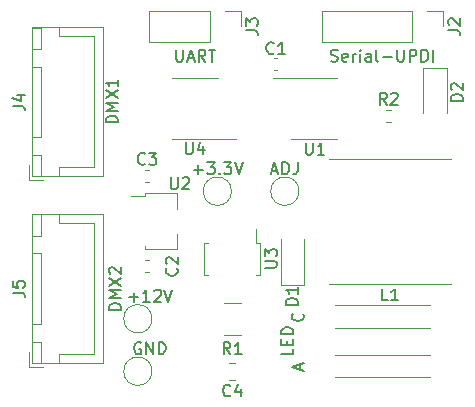
<source format=gto>
G04 #@! TF.GenerationSoftware,KiCad,Pcbnew,(6.0.9)*
G04 #@! TF.CreationDate,2022-11-05T01:50:54+09:00*
G04 #@! TF.ProjectId,prototype-projector-device,70726f74-6f74-4797-9065-2d70726f6a65,rev?*
G04 #@! TF.SameCoordinates,PX5f5e100PY8f0d180*
G04 #@! TF.FileFunction,Legend,Top*
G04 #@! TF.FilePolarity,Positive*
%FSLAX46Y46*%
G04 Gerber Fmt 4.6, Leading zero omitted, Abs format (unit mm)*
G04 Created by KiCad (PCBNEW (6.0.9)) date 2022-11-05 01:50:54*
%MOMM*%
%LPD*%
G01*
G04 APERTURE LIST*
%ADD10C,0.150000*%
%ADD11C,0.120000*%
G04 APERTURE END LIST*
D10*
X24804666Y2682905D02*
X24804666Y3159096D01*
X25090380Y2587667D02*
X24090380Y2921000D01*
X25090380Y3254334D01*
X24995142Y7421524D02*
X25042761Y7373905D01*
X25090380Y7231048D01*
X25090380Y7135810D01*
X25042761Y6992953D01*
X24947523Y6897715D01*
X24852285Y6850096D01*
X24661809Y6802477D01*
X24518952Y6802477D01*
X24328476Y6850096D01*
X24233238Y6897715D01*
X24138000Y6992953D01*
X24090380Y7135810D01*
X24090380Y7231048D01*
X24138000Y7373905D01*
X24185619Y7421524D01*
X10303095Y8818572D02*
X11065000Y8818572D01*
X10684047Y8437620D02*
X10684047Y9199524D01*
X12065000Y8437620D02*
X11493571Y8437620D01*
X11779285Y8437620D02*
X11779285Y9437620D01*
X11684047Y9294762D01*
X11588809Y9199524D01*
X11493571Y9151905D01*
X12445952Y9342381D02*
X12493571Y9390000D01*
X12588809Y9437620D01*
X12826904Y9437620D01*
X12922142Y9390000D01*
X12969761Y9342381D01*
X13017380Y9247143D01*
X13017380Y9151905D01*
X12969761Y9009048D01*
X12398333Y8437620D01*
X13017380Y8437620D01*
X13303095Y9437620D02*
X13636428Y8437620D01*
X13969761Y9437620D01*
X20197380Y31416667D02*
X20911666Y31416667D01*
X21054523Y31369048D01*
X21149761Y31273810D01*
X21197380Y31130953D01*
X21197380Y31035715D01*
X20197380Y31797620D02*
X20197380Y32416667D01*
X20578333Y32083334D01*
X20578333Y32226191D01*
X20625952Y32321429D01*
X20673571Y32369048D01*
X20768809Y32416667D01*
X21006904Y32416667D01*
X21102142Y32369048D01*
X21149761Y32321429D01*
X21197380Y32226191D01*
X21197380Y31940477D01*
X21149761Y31845239D01*
X21102142Y31797620D01*
X14279761Y29757620D02*
X14279761Y28948096D01*
X14327380Y28852858D01*
X14375000Y28805239D01*
X14470238Y28757620D01*
X14660714Y28757620D01*
X14755952Y28805239D01*
X14803571Y28852858D01*
X14851190Y28948096D01*
X14851190Y29757620D01*
X15279761Y29043334D02*
X15755952Y29043334D01*
X15184523Y28757620D02*
X15517857Y29757620D01*
X15851190Y28757620D01*
X16755952Y28757620D02*
X16422619Y29233810D01*
X16184523Y28757620D02*
X16184523Y29757620D01*
X16565476Y29757620D01*
X16660714Y29710000D01*
X16708333Y29662381D01*
X16755952Y29567143D01*
X16755952Y29424286D01*
X16708333Y29329048D01*
X16660714Y29281429D01*
X16565476Y29233810D01*
X16184523Y29233810D01*
X17041666Y29757620D02*
X17613095Y29757620D01*
X17327380Y28757620D02*
X17327380Y29757620D01*
X15113095Y21912620D02*
X15113095Y21103096D01*
X15160714Y21007858D01*
X15208333Y20960239D01*
X15303571Y20912620D01*
X15494047Y20912620D01*
X15589285Y20960239D01*
X15636904Y21007858D01*
X15684523Y21103096D01*
X15684523Y21912620D01*
X16589285Y21579286D02*
X16589285Y20912620D01*
X16351190Y21960239D02*
X16113095Y21245953D01*
X16732142Y21245953D01*
X22553333Y29487858D02*
X22505714Y29440239D01*
X22362857Y29392620D01*
X22267619Y29392620D01*
X22124761Y29440239D01*
X22029523Y29535477D01*
X21981904Y29630715D01*
X21934285Y29821191D01*
X21934285Y29964048D01*
X21981904Y30154524D01*
X22029523Y30249762D01*
X22124761Y30345000D01*
X22267619Y30392620D01*
X22362857Y30392620D01*
X22505714Y30345000D01*
X22553333Y30297381D01*
X23505714Y29392620D02*
X22934285Y29392620D01*
X23220000Y29392620D02*
X23220000Y30392620D01*
X23124761Y30249762D01*
X23029523Y30154524D01*
X22934285Y30106905D01*
X22375952Y19518334D02*
X22852142Y19518334D01*
X22280714Y19232620D02*
X22614047Y20232620D01*
X22947380Y19232620D01*
X23280714Y19232620D02*
X23280714Y20232620D01*
X23518809Y20232620D01*
X23661666Y20185000D01*
X23756904Y20089762D01*
X23804523Y19994524D01*
X23852142Y19804048D01*
X23852142Y19661191D01*
X23804523Y19470715D01*
X23756904Y19375477D01*
X23661666Y19280239D01*
X23518809Y19232620D01*
X23280714Y19232620D01*
X24566428Y20232620D02*
X24566428Y19518334D01*
X24518809Y19375477D01*
X24423571Y19280239D01*
X24280714Y19232620D01*
X24185476Y19232620D01*
X32218333Y8537620D02*
X31742142Y8537620D01*
X31742142Y9537620D01*
X33075476Y8537620D02*
X32504047Y8537620D01*
X32789761Y8537620D02*
X32789761Y9537620D01*
X32694523Y9394762D01*
X32599285Y9299524D01*
X32504047Y9251905D01*
X11303095Y4945000D02*
X11207857Y4992620D01*
X11065000Y4992620D01*
X10922142Y4945000D01*
X10826904Y4849762D01*
X10779285Y4754524D01*
X10731666Y4564048D01*
X10731666Y4421191D01*
X10779285Y4230715D01*
X10826904Y4135477D01*
X10922142Y4040239D01*
X11065000Y3992620D01*
X11160238Y3992620D01*
X11303095Y4040239D01*
X11350714Y4087858D01*
X11350714Y4421191D01*
X11160238Y4421191D01*
X11779285Y3992620D02*
X11779285Y4992620D01*
X12350714Y3992620D01*
X12350714Y4992620D01*
X12826904Y3992620D02*
X12826904Y4992620D01*
X13065000Y4992620D01*
X13207857Y4945000D01*
X13303095Y4849762D01*
X13350714Y4754524D01*
X13398333Y4564048D01*
X13398333Y4421191D01*
X13350714Y4230715D01*
X13303095Y4135477D01*
X13207857Y4040239D01*
X13065000Y3992620D01*
X12826904Y3992620D01*
X21804380Y11303096D02*
X22613904Y11303096D01*
X22709142Y11350715D01*
X22756761Y11398334D01*
X22804380Y11493572D01*
X22804380Y11684048D01*
X22756761Y11779286D01*
X22709142Y11826905D01*
X22613904Y11874524D01*
X21804380Y11874524D01*
X21804380Y12255477D02*
X21804380Y12874524D01*
X22185333Y12541191D01*
X22185333Y12684048D01*
X22232952Y12779286D01*
X22280571Y12826905D01*
X22375809Y12874524D01*
X22613904Y12874524D01*
X22709142Y12826905D01*
X22756761Y12779286D01*
X22804380Y12684048D01*
X22804380Y12398334D01*
X22756761Y12303096D01*
X22709142Y12255477D01*
X457380Y9191667D02*
X1171666Y9191667D01*
X1314523Y9144048D01*
X1409761Y9048810D01*
X1457380Y8905953D01*
X1457380Y8810715D01*
X457380Y10144048D02*
X457380Y9667858D01*
X933571Y9620239D01*
X885952Y9667858D01*
X838333Y9763096D01*
X838333Y10001191D01*
X885952Y10096429D01*
X933571Y10144048D01*
X1028809Y10191667D01*
X1266904Y10191667D01*
X1362142Y10144048D01*
X1409761Y10096429D01*
X1457380Y10001191D01*
X1457380Y9763096D01*
X1409761Y9667858D01*
X1362142Y9620239D01*
X9607380Y7739286D02*
X8607380Y7739286D01*
X8607380Y7977381D01*
X8655000Y8120239D01*
X8750238Y8215477D01*
X8845476Y8263096D01*
X9035952Y8310715D01*
X9178809Y8310715D01*
X9369285Y8263096D01*
X9464523Y8215477D01*
X9559761Y8120239D01*
X9607380Y7977381D01*
X9607380Y7739286D01*
X9607380Y8739286D02*
X8607380Y8739286D01*
X9321666Y9072620D01*
X8607380Y9405953D01*
X9607380Y9405953D01*
X8607380Y9786905D02*
X9607380Y10453572D01*
X8607380Y10453572D02*
X9607380Y9786905D01*
X8702619Y10786905D02*
X8655000Y10834524D01*
X8607380Y10929762D01*
X8607380Y11167858D01*
X8655000Y11263096D01*
X8702619Y11310715D01*
X8797857Y11358334D01*
X8893095Y11358334D01*
X9035952Y11310715D01*
X9607380Y10739286D01*
X9607380Y11358334D01*
X14327142Y11263334D02*
X14374761Y11215715D01*
X14422380Y11072858D01*
X14422380Y10977620D01*
X14374761Y10834762D01*
X14279523Y10739524D01*
X14184285Y10691905D01*
X13993809Y10644286D01*
X13850952Y10644286D01*
X13660476Y10691905D01*
X13565238Y10739524D01*
X13470000Y10834762D01*
X13422380Y10977620D01*
X13422380Y11072858D01*
X13470000Y11215715D01*
X13517619Y11263334D01*
X13517619Y11644286D02*
X13470000Y11691905D01*
X13422380Y11787143D01*
X13422380Y12025239D01*
X13470000Y12120477D01*
X13517619Y12168096D01*
X13612857Y12215715D01*
X13708095Y12215715D01*
X13850952Y12168096D01*
X14422380Y11596667D01*
X14422380Y12215715D01*
X457380Y25006667D02*
X1171666Y25006667D01*
X1314523Y24959048D01*
X1409761Y24863810D01*
X1457380Y24720953D01*
X1457380Y24625715D01*
X790714Y25911429D02*
X1457380Y25911429D01*
X409761Y25673334D02*
X1124047Y25435239D01*
X1124047Y26054286D01*
X9342380Y23614286D02*
X8342380Y23614286D01*
X8342380Y23852381D01*
X8390000Y23995239D01*
X8485238Y24090477D01*
X8580476Y24138096D01*
X8770952Y24185715D01*
X8913809Y24185715D01*
X9104285Y24138096D01*
X9199523Y24090477D01*
X9294761Y23995239D01*
X9342380Y23852381D01*
X9342380Y23614286D01*
X9342380Y24614286D02*
X8342380Y24614286D01*
X9056666Y24947620D01*
X8342380Y25280953D01*
X9342380Y25280953D01*
X8342380Y25661905D02*
X9342380Y26328572D01*
X8342380Y26328572D02*
X9342380Y25661905D01*
X9342380Y27233334D02*
X9342380Y26661905D01*
X9342380Y26947620D02*
X8342380Y26947620D01*
X8485238Y26852381D01*
X8580476Y26757143D01*
X8628095Y26661905D01*
X18883333Y3992620D02*
X18550000Y4468810D01*
X18311904Y3992620D02*
X18311904Y4992620D01*
X18692857Y4992620D01*
X18788095Y4945000D01*
X18835714Y4897381D01*
X18883333Y4802143D01*
X18883333Y4659286D01*
X18835714Y4564048D01*
X18788095Y4516429D01*
X18692857Y4468810D01*
X18311904Y4468810D01*
X19835714Y3992620D02*
X19264285Y3992620D01*
X19550000Y3992620D02*
X19550000Y4992620D01*
X19454761Y4849762D01*
X19359523Y4754524D01*
X19264285Y4706905D01*
X37332380Y31416667D02*
X38046666Y31416667D01*
X38189523Y31369048D01*
X38284761Y31273810D01*
X38332380Y31130953D01*
X38332380Y31035715D01*
X37427619Y31845239D02*
X37380000Y31892858D01*
X37332380Y31988096D01*
X37332380Y32226191D01*
X37380000Y32321429D01*
X37427619Y32369048D01*
X37522857Y32416667D01*
X37618095Y32416667D01*
X37760952Y32369048D01*
X38332380Y31797620D01*
X38332380Y32416667D01*
X27392857Y28805239D02*
X27535714Y28757620D01*
X27773809Y28757620D01*
X27869047Y28805239D01*
X27916666Y28852858D01*
X27964285Y28948096D01*
X27964285Y29043334D01*
X27916666Y29138572D01*
X27869047Y29186191D01*
X27773809Y29233810D01*
X27583333Y29281429D01*
X27488095Y29329048D01*
X27440476Y29376667D01*
X27392857Y29471905D01*
X27392857Y29567143D01*
X27440476Y29662381D01*
X27488095Y29710000D01*
X27583333Y29757620D01*
X27821428Y29757620D01*
X27964285Y29710000D01*
X28773809Y28805239D02*
X28678571Y28757620D01*
X28488095Y28757620D01*
X28392857Y28805239D01*
X28345238Y28900477D01*
X28345238Y29281429D01*
X28392857Y29376667D01*
X28488095Y29424286D01*
X28678571Y29424286D01*
X28773809Y29376667D01*
X28821428Y29281429D01*
X28821428Y29186191D01*
X28345238Y29090953D01*
X29250000Y28757620D02*
X29250000Y29424286D01*
X29250000Y29233810D02*
X29297619Y29329048D01*
X29345238Y29376667D01*
X29440476Y29424286D01*
X29535714Y29424286D01*
X29869047Y28757620D02*
X29869047Y29424286D01*
X29869047Y29757620D02*
X29821428Y29710000D01*
X29869047Y29662381D01*
X29916666Y29710000D01*
X29869047Y29757620D01*
X29869047Y29662381D01*
X30773809Y28757620D02*
X30773809Y29281429D01*
X30726190Y29376667D01*
X30630952Y29424286D01*
X30440476Y29424286D01*
X30345238Y29376667D01*
X30773809Y28805239D02*
X30678571Y28757620D01*
X30440476Y28757620D01*
X30345238Y28805239D01*
X30297619Y28900477D01*
X30297619Y28995715D01*
X30345238Y29090953D01*
X30440476Y29138572D01*
X30678571Y29138572D01*
X30773809Y29186191D01*
X31392857Y28757620D02*
X31297619Y28805239D01*
X31250000Y28900477D01*
X31250000Y29757620D01*
X31773809Y29138572D02*
X32535714Y29138572D01*
X33011904Y29757620D02*
X33011904Y28948096D01*
X33059523Y28852858D01*
X33107142Y28805239D01*
X33202380Y28757620D01*
X33392857Y28757620D01*
X33488095Y28805239D01*
X33535714Y28852858D01*
X33583333Y28948096D01*
X33583333Y29757620D01*
X34059523Y28757620D02*
X34059523Y29757620D01*
X34440476Y29757620D01*
X34535714Y29710000D01*
X34583333Y29662381D01*
X34630952Y29567143D01*
X34630952Y29424286D01*
X34583333Y29329048D01*
X34535714Y29281429D01*
X34440476Y29233810D01*
X34059523Y29233810D01*
X35059523Y28757620D02*
X35059523Y29757620D01*
X35297619Y29757620D01*
X35440476Y29710000D01*
X35535714Y29614762D01*
X35583333Y29519524D01*
X35630952Y29329048D01*
X35630952Y29186191D01*
X35583333Y28995715D01*
X35535714Y28900477D01*
X35440476Y28805239D01*
X35297619Y28757620D01*
X35059523Y28757620D01*
X36059523Y28757620D02*
X36059523Y29757620D01*
X25273095Y21883620D02*
X25273095Y21074096D01*
X25320714Y20978858D01*
X25368333Y20931239D01*
X25463571Y20883620D01*
X25654047Y20883620D01*
X25749285Y20931239D01*
X25796904Y20978858D01*
X25844523Y21074096D01*
X25844523Y21883620D01*
X26844523Y20883620D02*
X26273095Y20883620D01*
X26558809Y20883620D02*
X26558809Y21883620D01*
X26463571Y21740762D01*
X26368333Y21645524D01*
X26273095Y21597905D01*
X18883333Y502858D02*
X18835714Y455239D01*
X18692857Y407620D01*
X18597619Y407620D01*
X18454761Y455239D01*
X18359523Y550477D01*
X18311904Y645715D01*
X18264285Y836191D01*
X18264285Y979048D01*
X18311904Y1169524D01*
X18359523Y1264762D01*
X18454761Y1360000D01*
X18597619Y1407620D01*
X18692857Y1407620D01*
X18835714Y1360000D01*
X18883333Y1312381D01*
X19740476Y1074286D02*
X19740476Y407620D01*
X19502380Y1455239D02*
X19264285Y740953D01*
X19883333Y740953D01*
X38552380Y25423905D02*
X37552380Y25423905D01*
X37552380Y25662000D01*
X37600000Y25804858D01*
X37695238Y25900096D01*
X37790476Y25947715D01*
X37980952Y25995334D01*
X38123809Y25995334D01*
X38314285Y25947715D01*
X38409523Y25900096D01*
X38504761Y25804858D01*
X38552380Y25662000D01*
X38552380Y25423905D01*
X37647619Y26376286D02*
X37600000Y26423905D01*
X37552380Y26519143D01*
X37552380Y26757239D01*
X37600000Y26852477D01*
X37647619Y26900096D01*
X37742857Y26947715D01*
X37838095Y26947715D01*
X37980952Y26900096D01*
X38552380Y26328667D01*
X38552380Y26947715D01*
X32103333Y25107620D02*
X31770000Y25583810D01*
X31531904Y25107620D02*
X31531904Y26107620D01*
X31912857Y26107620D01*
X32008095Y26060000D01*
X32055714Y26012381D01*
X32103333Y25917143D01*
X32103333Y25774286D01*
X32055714Y25679048D01*
X32008095Y25631429D01*
X31912857Y25583810D01*
X31531904Y25583810D01*
X32484285Y26012381D02*
X32531904Y26060000D01*
X32627142Y26107620D01*
X32865238Y26107620D01*
X32960476Y26060000D01*
X33008095Y26012381D01*
X33055714Y25917143D01*
X33055714Y25821905D01*
X33008095Y25679048D01*
X32436666Y25107620D01*
X33055714Y25107620D01*
X11644333Y20122858D02*
X11596714Y20075239D01*
X11453857Y20027620D01*
X11358619Y20027620D01*
X11215761Y20075239D01*
X11120523Y20170477D01*
X11072904Y20265715D01*
X11025285Y20456191D01*
X11025285Y20599048D01*
X11072904Y20789524D01*
X11120523Y20884762D01*
X11215761Y20980000D01*
X11358619Y21027620D01*
X11453857Y21027620D01*
X11596714Y20980000D01*
X11644333Y20932381D01*
X11977666Y21027620D02*
X12596714Y21027620D01*
X12263380Y20646667D01*
X12406238Y20646667D01*
X12501476Y20599048D01*
X12549095Y20551429D01*
X12596714Y20456191D01*
X12596714Y20218096D01*
X12549095Y20122858D01*
X12501476Y20075239D01*
X12406238Y20027620D01*
X12120523Y20027620D01*
X12025285Y20075239D01*
X11977666Y20122858D01*
X13843095Y18962620D02*
X13843095Y18153096D01*
X13890714Y18057858D01*
X13938333Y18010239D01*
X14033571Y17962620D01*
X14224047Y17962620D01*
X14319285Y18010239D01*
X14366904Y18057858D01*
X14414523Y18153096D01*
X14414523Y18962620D01*
X14843095Y18867381D02*
X14890714Y18915000D01*
X14985952Y18962620D01*
X15224047Y18962620D01*
X15319285Y18915000D01*
X15366904Y18867381D01*
X15414523Y18772143D01*
X15414523Y18676905D01*
X15366904Y18534048D01*
X14795476Y17962620D01*
X15414523Y17962620D01*
X24582380Y8151905D02*
X23582380Y8151905D01*
X23582380Y8390000D01*
X23630000Y8532858D01*
X23725238Y8628096D01*
X23820476Y8675715D01*
X24010952Y8723334D01*
X24153809Y8723334D01*
X24344285Y8675715D01*
X24439523Y8628096D01*
X24534761Y8532858D01*
X24582380Y8390000D01*
X24582380Y8151905D01*
X24582380Y9675715D02*
X24582380Y9104286D01*
X24582380Y9390000D02*
X23582380Y9390000D01*
X23725238Y9294762D01*
X23820476Y9199524D01*
X23868095Y9104286D01*
X24201380Y4437143D02*
X24201380Y3960953D01*
X23201380Y3960953D01*
X23677571Y4770477D02*
X23677571Y5103810D01*
X24201380Y5246667D02*
X24201380Y4770477D01*
X23201380Y4770477D01*
X23201380Y5246667D01*
X24201380Y5675239D02*
X23201380Y5675239D01*
X23201380Y5913334D01*
X23249000Y6056191D01*
X23344238Y6151429D01*
X23439476Y6199048D01*
X23629952Y6246667D01*
X23772809Y6246667D01*
X23963285Y6199048D01*
X24058523Y6151429D01*
X24153761Y6056191D01*
X24201380Y5913334D01*
X24201380Y5675239D01*
X15780000Y19613572D02*
X16541904Y19613572D01*
X16160952Y19232620D02*
X16160952Y19994524D01*
X16922857Y20232620D02*
X17541904Y20232620D01*
X17208571Y19851667D01*
X17351428Y19851667D01*
X17446666Y19804048D01*
X17494285Y19756429D01*
X17541904Y19661191D01*
X17541904Y19423096D01*
X17494285Y19327858D01*
X17446666Y19280239D01*
X17351428Y19232620D01*
X17065714Y19232620D01*
X16970476Y19280239D01*
X16922857Y19327858D01*
X17970476Y19327858D02*
X18018095Y19280239D01*
X17970476Y19232620D01*
X17922857Y19280239D01*
X17970476Y19327858D01*
X17970476Y19232620D01*
X18351428Y20232620D02*
X18970476Y20232620D01*
X18637142Y19851667D01*
X18780000Y19851667D01*
X18875238Y19804048D01*
X18922857Y19756429D01*
X18970476Y19661191D01*
X18970476Y19423096D01*
X18922857Y19327858D01*
X18875238Y19280239D01*
X18780000Y19232620D01*
X18494285Y19232620D01*
X18399047Y19280239D01*
X18351428Y19327858D01*
X19256190Y20232620D02*
X19589523Y19232620D01*
X19922857Y20232620D01*
D11*
X12249000Y6985000D02*
G75*
G03*
X12249000Y6985000I-1200000J0D01*
G01*
X17145000Y30420000D02*
X12005000Y30420000D01*
X17145000Y33080000D02*
X17145000Y30420000D01*
X12005000Y33080000D02*
X12005000Y30420000D01*
X17145000Y33080000D02*
X12005000Y33080000D01*
X19745000Y33080000D02*
X19745000Y31750000D01*
X18415000Y33080000D02*
X19745000Y33080000D01*
X15875000Y27325000D02*
X17825000Y27325000D01*
X15875000Y27325000D02*
X13925000Y27325000D01*
X15875000Y22205000D02*
X19325000Y22205000D01*
X15875000Y22205000D02*
X13925000Y22205000D01*
X22860580Y29085000D02*
X22579420Y29085000D01*
X22860580Y28065000D02*
X22579420Y28065000D01*
X24695000Y17780000D02*
G75*
G03*
X24695000Y17780000I-1200000J0D01*
G01*
X37535000Y20540000D02*
X27235000Y20540000D01*
X37535000Y9940000D02*
X27235000Y9940000D01*
X12249000Y2540000D02*
G75*
G03*
X12249000Y2540000I-1200000J0D01*
G01*
X16690000Y13425000D02*
X17020000Y13425000D01*
X17020000Y10705000D02*
X16690000Y10705000D01*
X21080000Y14605000D02*
X21080000Y13425000D01*
X21410000Y13425000D02*
X21410000Y10705000D01*
X16690000Y10705000D02*
X16690000Y13425000D01*
X21410000Y13425000D02*
X21080000Y13425000D01*
X21410000Y10705000D02*
X21080000Y10705000D01*
X4355000Y15825000D02*
X4355000Y15075000D01*
X1805000Y4175000D02*
X1805000Y2925000D01*
X7305000Y3975000D02*
X7305000Y9525000D01*
X4355000Y15075000D02*
X7305000Y15075000D01*
X2105000Y6525000D02*
X2855000Y6525000D01*
X2105000Y3225000D02*
X2855000Y3225000D01*
X2105000Y15825000D02*
X2105000Y14025000D01*
X2105000Y5025000D02*
X2105000Y3225000D01*
X4355000Y3225000D02*
X4355000Y3975000D01*
X2855000Y15825000D02*
X2105000Y15825000D01*
X2105000Y12525000D02*
X2105000Y6525000D01*
X8065000Y15835000D02*
X2095000Y15835000D01*
X4355000Y3975000D02*
X7305000Y3975000D01*
X2855000Y5025000D02*
X2105000Y5025000D01*
X7305000Y15075000D02*
X7305000Y9525000D01*
X2855000Y12525000D02*
X2105000Y12525000D01*
X2095000Y15835000D02*
X2095000Y3215000D01*
X2105000Y14025000D02*
X2855000Y14025000D01*
X2095000Y3215000D02*
X8065000Y3215000D01*
X2855000Y6525000D02*
X2855000Y12525000D01*
X1805000Y2925000D02*
X3055000Y2925000D01*
X2855000Y3225000D02*
X2855000Y5025000D01*
X2855000Y14025000D02*
X2855000Y15825000D01*
X8065000Y3215000D02*
X8065000Y15835000D01*
X11670420Y11940000D02*
X11951580Y11940000D01*
X11670420Y10920000D02*
X11951580Y10920000D01*
X2105000Y20840000D02*
X2105000Y19040000D01*
X8065000Y31650000D02*
X2095000Y31650000D01*
X8065000Y19030000D02*
X8065000Y31650000D01*
X4355000Y19790000D02*
X7305000Y19790000D01*
X2855000Y28340000D02*
X2105000Y28340000D01*
X1805000Y19990000D02*
X1805000Y18740000D01*
X2105000Y19040000D02*
X2855000Y19040000D01*
X2105000Y31640000D02*
X2105000Y29840000D01*
X4355000Y30890000D02*
X7305000Y30890000D01*
X2105000Y29840000D02*
X2855000Y29840000D01*
X2855000Y29840000D02*
X2855000Y31640000D01*
X2095000Y19030000D02*
X8065000Y19030000D01*
X4355000Y19040000D02*
X4355000Y19790000D01*
X2095000Y31650000D02*
X2095000Y19030000D01*
X2855000Y19040000D02*
X2855000Y20840000D01*
X2105000Y28340000D02*
X2105000Y22340000D01*
X7305000Y19790000D02*
X7305000Y25340000D01*
X2855000Y31640000D02*
X2105000Y31640000D01*
X1805000Y18740000D02*
X3055000Y18740000D01*
X2855000Y20840000D02*
X2105000Y20840000D01*
X4355000Y31640000D02*
X4355000Y30890000D01*
X2855000Y22340000D02*
X2855000Y28340000D01*
X2105000Y22340000D02*
X2855000Y22340000D01*
X7305000Y30890000D02*
X7305000Y25340000D01*
X18326263Y5630000D02*
X19773737Y5630000D01*
X18326263Y8340000D02*
X19773737Y8340000D01*
X26600000Y33080000D02*
X26600000Y30420000D01*
X35550000Y33080000D02*
X36880000Y33080000D01*
X34280000Y30420000D02*
X26600000Y30420000D01*
X36880000Y33080000D02*
X36880000Y31750000D01*
X34280000Y33080000D02*
X26600000Y33080000D01*
X34280000Y33080000D02*
X34280000Y30420000D01*
X25950000Y27325000D02*
X22500000Y27325000D01*
X25950000Y27325000D02*
X27900000Y27325000D01*
X25950000Y22205000D02*
X27900000Y22205000D01*
X25950000Y22205000D02*
X24000000Y22205000D01*
X19311252Y3275000D02*
X18788748Y3275000D01*
X19311252Y1805000D02*
X18788748Y1805000D01*
X37195000Y28235000D02*
X37195000Y24385000D01*
X35195000Y28235000D02*
X35195000Y24385000D01*
X37195000Y28235000D02*
X35195000Y28235000D01*
X32032742Y24652500D02*
X32507258Y24652500D01*
X32032742Y23607500D02*
X32507258Y23607500D01*
X11670420Y18540000D02*
X11951580Y18540000D01*
X11670420Y19560000D02*
X11951580Y19560000D01*
X10500000Y17370000D02*
X11640000Y17370000D01*
X11640000Y17600000D02*
X14360000Y17600000D01*
X14360000Y17600000D02*
X14360000Y16290000D01*
X14360000Y12880000D02*
X11640000Y12880000D01*
X14360000Y14190000D02*
X14360000Y12880000D01*
X11640000Y12880000D02*
X11640000Y13110000D01*
X11640000Y17600000D02*
X11640000Y17370000D01*
X25130000Y9865000D02*
X25130000Y13715000D01*
X23130000Y9865000D02*
X23130000Y13715000D01*
X23130000Y9865000D02*
X25130000Y9865000D01*
X27745000Y2020000D02*
X35800000Y2020000D01*
X27745000Y6220000D02*
X35800000Y6220000D01*
X27745000Y8140000D02*
X35800000Y8140000D01*
X27745000Y3940000D02*
X35800000Y3940000D01*
X18980000Y17780000D02*
G75*
G03*
X18980000Y17780000I-1200000J0D01*
G01*
M02*

</source>
